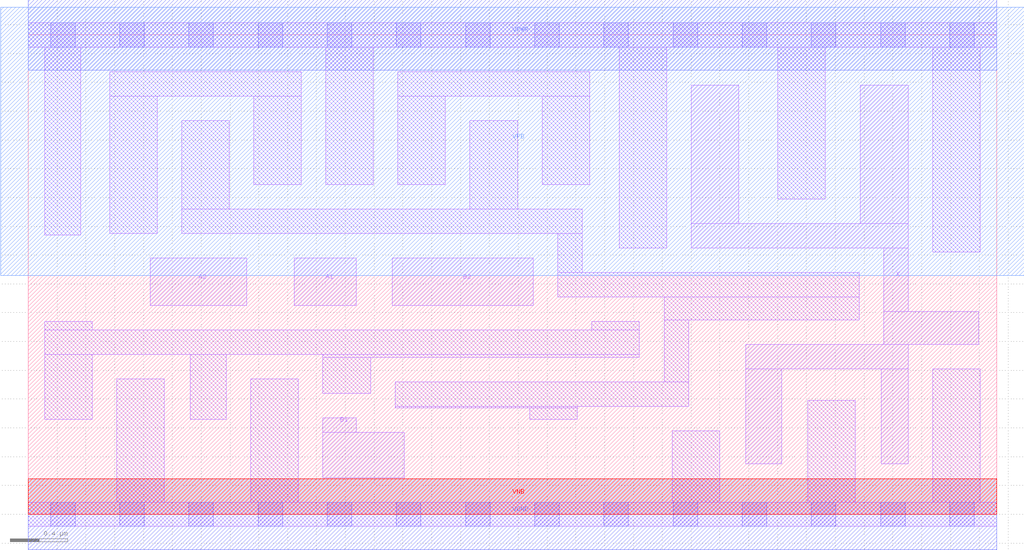
<source format=lef>
# Copyright 2020 The SkyWater PDK Authors
#
# Licensed under the Apache License, Version 2.0 (the "License");
# you may not use this file except in compliance with the License.
# You may obtain a copy of the License at
#
#     https://www.apache.org/licenses/LICENSE-2.0
#
# Unless required by applicable law or agreed to in writing, software
# distributed under the License is distributed on an "AS IS" BASIS,
# WITHOUT WARRANTIES OR CONDITIONS OF ANY KIND, either express or implied.
# See the License for the specific language governing permissions and
# limitations under the License.
#
# SPDX-License-Identifier: Apache-2.0

VERSION 5.7 ;
  NOWIREEXTENSIONATPIN ON ;
  DIVIDERCHAR "/" ;
  BUSBITCHARS "[]" ;
MACRO sky130_fd_sc_ls__o22a_4
  CLASS CORE ;
  FOREIGN sky130_fd_sc_ls__o22a_4 ;
  ORIGIN  0.000000  0.000000 ;
  SIZE  6.720000 BY  3.330000 ;
  SYMMETRY X Y ;
  SITE unit ;
  PIN A1
    ANTENNAGATEAREA  0.492000 ;
    DIRECTION INPUT ;
    USE SIGNAL ;
    PORT
      LAYER li1 ;
        RECT 1.845000 1.450000 2.275000 1.780000 ;
    END
  END A1
  PIN A2
    ANTENNAGATEAREA  0.492000 ;
    DIRECTION INPUT ;
    USE SIGNAL ;
    PORT
      LAYER li1 ;
        RECT 0.845000 1.450000 1.515000 1.780000 ;
    END
  END A2
  PIN B1
    ANTENNAGATEAREA  0.492000 ;
    DIRECTION INPUT ;
    USE SIGNAL ;
    PORT
      LAYER li1 ;
        RECT 2.045000 0.255000 2.610000 0.570000 ;
        RECT 2.045000 0.570000 2.275000 0.670000 ;
    END
  END B1
  PIN B2
    ANTENNAGATEAREA  0.492000 ;
    DIRECTION INPUT ;
    USE SIGNAL ;
    PORT
      LAYER li1 ;
        RECT 2.525000 1.450000 3.505000 1.780000 ;
    END
  END B2
  PIN VNB
    PORT
      LAYER pwell ;
        RECT 0.000000 0.000000 6.720000 0.245000 ;
    END
  END VNB
  PIN VPB
    PORT
      LAYER nwell ;
        RECT -0.190000 1.660000 6.910000 3.520000 ;
    END
  END VPB
  PIN X
    ANTENNADIFFAREA  1.125600 ;
    DIRECTION OUTPUT ;
    USE SIGNAL ;
    PORT
      LAYER li1 ;
        RECT 4.600000 1.850000 6.105000 2.020000 ;
        RECT 4.600000 2.020000 4.930000 2.980000 ;
        RECT 4.980000 0.350000 5.230000 1.010000 ;
        RECT 4.980000 1.010000 6.105000 1.180000 ;
        RECT 5.775000 2.020000 6.105000 2.980000 ;
        RECT 5.920000 0.350000 6.105000 1.010000 ;
        RECT 5.935000 1.180000 6.595000 1.410000 ;
        RECT 5.935000 1.410000 6.105000 1.850000 ;
    END
  END X
  PIN VGND
    DIRECTION INOUT ;
    SHAPE ABUTMENT ;
    USE GROUND ;
    PORT
      LAYER met1 ;
        RECT 0.000000 -0.245000 6.720000 0.245000 ;
    END
  END VGND
  PIN VPWR
    DIRECTION INOUT ;
    SHAPE ABUTMENT ;
    USE POWER ;
    PORT
      LAYER met1 ;
        RECT 0.000000 3.085000 6.720000 3.575000 ;
    END
  END VPWR
  OBS
    LAYER li1 ;
      RECT 0.000000 -0.085000 6.720000 0.085000 ;
      RECT 0.000000  3.245000 6.720000 3.415000 ;
      RECT 0.115000  0.660000 0.445000 1.110000 ;
      RECT 0.115000  1.110000 4.240000 1.280000 ;
      RECT 0.115000  1.280000 0.445000 1.340000 ;
      RECT 0.115000  1.940000 0.365000 3.245000 ;
      RECT 0.565000  1.950000 0.895000 2.905000 ;
      RECT 0.565000  2.905000 1.895000 3.075000 ;
      RECT 0.615000  0.085000 0.945000 0.940000 ;
      RECT 1.065000  1.950000 3.845000 2.120000 ;
      RECT 1.065000  2.120000 1.395000 2.735000 ;
      RECT 1.125000  0.660000 1.375000 1.110000 ;
      RECT 1.545000  0.085000 1.875000 0.940000 ;
      RECT 1.565000  2.290000 1.895000 2.905000 ;
      RECT 2.045000  0.840000 2.375000 1.090000 ;
      RECT 2.045000  1.090000 4.240000 1.110000 ;
      RECT 2.065000  2.290000 2.395000 3.245000 ;
      RECT 2.545000  0.740000 3.810000 0.750000 ;
      RECT 2.545000  0.750000 4.585000 0.920000 ;
      RECT 2.565000  2.290000 2.895000 2.905000 ;
      RECT 2.565000  2.905000 3.895000 3.075000 ;
      RECT 3.065000  2.120000 3.395000 2.735000 ;
      RECT 3.480000  0.660000 3.810000 0.740000 ;
      RECT 3.565000  2.290000 3.895000 2.905000 ;
      RECT 3.675000  1.510000 5.765000 1.680000 ;
      RECT 3.675000  1.680000 3.845000 1.950000 ;
      RECT 3.910000  1.280000 4.240000 1.340000 ;
      RECT 4.100000  1.850000 4.430000 3.245000 ;
      RECT 4.415000  0.920000 4.585000 1.350000 ;
      RECT 4.415000  1.350000 5.765000 1.510000 ;
      RECT 4.470000  0.085000 4.800000 0.580000 ;
      RECT 5.200000  2.190000 5.530000 3.245000 ;
      RECT 5.410000  0.085000 5.740000 0.790000 ;
      RECT 6.275000  0.085000 6.605000 1.010000 ;
      RECT 6.275000  1.820000 6.605000 3.245000 ;
    LAYER mcon ;
      RECT 0.155000 -0.085000 0.325000 0.085000 ;
      RECT 0.155000  3.245000 0.325000 3.415000 ;
      RECT 0.635000 -0.085000 0.805000 0.085000 ;
      RECT 0.635000  3.245000 0.805000 3.415000 ;
      RECT 1.115000 -0.085000 1.285000 0.085000 ;
      RECT 1.115000  3.245000 1.285000 3.415000 ;
      RECT 1.595000 -0.085000 1.765000 0.085000 ;
      RECT 1.595000  3.245000 1.765000 3.415000 ;
      RECT 2.075000 -0.085000 2.245000 0.085000 ;
      RECT 2.075000  3.245000 2.245000 3.415000 ;
      RECT 2.555000 -0.085000 2.725000 0.085000 ;
      RECT 2.555000  3.245000 2.725000 3.415000 ;
      RECT 3.035000 -0.085000 3.205000 0.085000 ;
      RECT 3.035000  3.245000 3.205000 3.415000 ;
      RECT 3.515000 -0.085000 3.685000 0.085000 ;
      RECT 3.515000  3.245000 3.685000 3.415000 ;
      RECT 3.995000 -0.085000 4.165000 0.085000 ;
      RECT 3.995000  3.245000 4.165000 3.415000 ;
      RECT 4.475000 -0.085000 4.645000 0.085000 ;
      RECT 4.475000  3.245000 4.645000 3.415000 ;
      RECT 4.955000 -0.085000 5.125000 0.085000 ;
      RECT 4.955000  3.245000 5.125000 3.415000 ;
      RECT 5.435000 -0.085000 5.605000 0.085000 ;
      RECT 5.435000  3.245000 5.605000 3.415000 ;
      RECT 5.915000 -0.085000 6.085000 0.085000 ;
      RECT 5.915000  3.245000 6.085000 3.415000 ;
      RECT 6.395000 -0.085000 6.565000 0.085000 ;
      RECT 6.395000  3.245000 6.565000 3.415000 ;
  END
END sky130_fd_sc_ls__o22a_4
END LIBRARY

</source>
